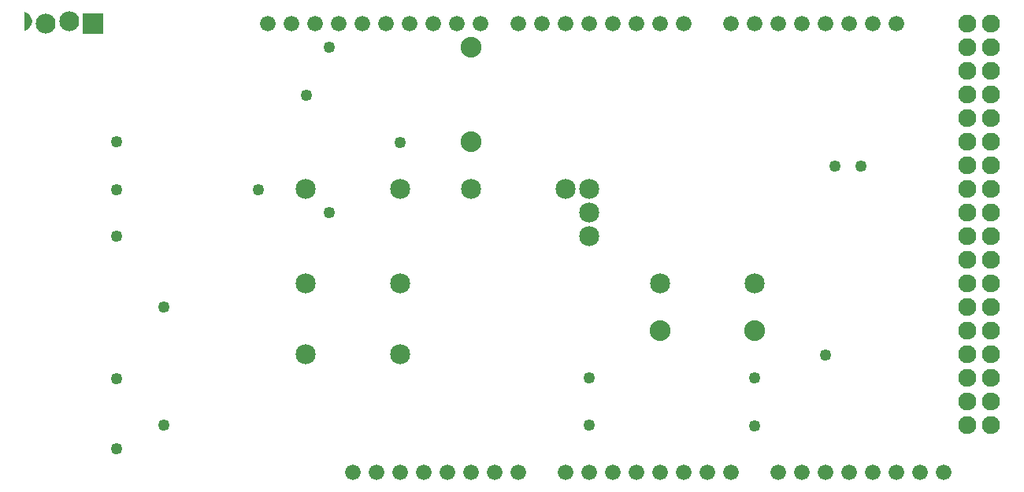
<source format=gbs>
G04 MADE WITH FRITZING*
G04 WWW.FRITZING.ORG*
G04 DOUBLE SIDED*
G04 HOLES PLATED*
G04 CONTOUR ON CENTER OF CONTOUR VECTOR*
%ASAXBY*%
%FSLAX23Y23*%
%MOIN*%
%OFA0B0*%
%SFA1.0B1.0*%
%ADD10C,0.085000*%
%ADD11C,0.084000*%
%ADD12C,0.088000*%
%ADD13C,0.049370*%
%ADD14C,0.065990*%
%ADD15C,0.075993*%
%ADD16C,0.075965*%
%ADD17C,0.030000*%
%ADD18R,0.001000X0.001000*%
%LNMASK0*%
G90*
G70*
G54D10*
X1190Y600D03*
X1590Y600D03*
X1190Y1300D03*
X1590Y1300D03*
X2390Y1300D03*
X2390Y1200D03*
X2390Y1100D03*
X1890Y1300D03*
X2290Y1300D03*
X2690Y900D03*
X3090Y900D03*
G54D11*
X290Y2000D03*
X190Y2010D03*
X90Y2000D03*
G54D10*
X1590Y900D03*
X1190Y900D03*
G54D12*
X1890Y1900D03*
X1890Y1500D03*
X2690Y700D03*
X3090Y700D03*
G54D13*
X1589Y1498D03*
X1289Y1900D03*
G54D14*
X3290Y100D03*
X1690Y100D03*
X3390Y100D03*
X3490Y100D03*
X3590Y100D03*
X3690Y100D03*
G54D15*
X3990Y1500D03*
G54D14*
X3790Y100D03*
X3890Y100D03*
X1730Y2000D03*
X2290Y100D03*
X2390Y100D03*
X2490Y100D03*
X2590Y100D03*
G54D15*
X3990Y700D03*
G54D14*
X2690Y100D03*
X2790Y100D03*
X2890Y100D03*
X2990Y100D03*
X2490Y2000D03*
G54D15*
X3990Y1900D03*
X3990Y1100D03*
X3990Y300D03*
G54D14*
X1330Y2000D03*
X2090Y100D03*
X2090Y2000D03*
G54D15*
X3990Y1700D03*
X3990Y1300D03*
G54D16*
X3990Y900D03*
G54D14*
X3690Y2000D03*
G54D15*
X3990Y500D03*
G54D14*
X3590Y2000D03*
X3490Y2000D03*
X3390Y2000D03*
X3290Y2000D03*
X3190Y2000D03*
X3090Y2000D03*
X2990Y2000D03*
X1130Y2000D03*
X1530Y2000D03*
X1930Y2000D03*
X1490Y100D03*
X1890Y100D03*
X2690Y2000D03*
X2290Y2000D03*
G54D15*
X3990Y2000D03*
X3990Y1800D03*
X3990Y1600D03*
X3990Y1400D03*
X3990Y1200D03*
X3990Y1000D03*
X3990Y800D03*
X3990Y600D03*
G54D16*
X3990Y400D03*
G54D14*
X1030Y2000D03*
X1230Y2000D03*
X1430Y2000D03*
X1630Y2000D03*
X1830Y2000D03*
X1390Y100D03*
X1590Y100D03*
X1790Y100D03*
X1990Y100D03*
X2790Y2000D03*
X2590Y2000D03*
X2390Y2000D03*
X2190Y2000D03*
G54D15*
X4090Y2000D03*
X4090Y1900D03*
X4090Y1800D03*
X4090Y1700D03*
X4090Y1600D03*
X4090Y1500D03*
X4090Y1400D03*
X4090Y1300D03*
X4090Y1200D03*
X4090Y1100D03*
X4090Y1000D03*
G54D16*
X4090Y900D03*
G54D15*
X4090Y800D03*
X4090Y700D03*
X4090Y600D03*
X4090Y500D03*
G54D16*
X4090Y400D03*
G54D15*
X4090Y300D03*
G54D14*
X3190Y100D03*
G54D13*
X1192Y1699D03*
X390Y1500D03*
X389Y1299D03*
X390Y1100D03*
X989Y1299D03*
X3389Y599D03*
X1289Y1200D03*
X591Y300D03*
X591Y801D03*
X390Y200D03*
X390Y499D03*
X3090Y299D03*
X3090Y501D03*
X2391Y301D03*
X2390Y501D03*
X3540Y1396D03*
X3428Y1398D03*
G54D17*
G36*
X2418Y1072D02*
X2363Y1072D01*
X2363Y1127D01*
X2418Y1127D01*
X2418Y1072D01*
G37*
D02*
G54D18*
X0Y2050D02*
X1Y2050D01*
X0Y2049D02*
X4Y2049D01*
X0Y2048D02*
X6Y2048D01*
X0Y2047D02*
X8Y2047D01*
X0Y2046D02*
X9Y2046D01*
X0Y2045D02*
X11Y2045D01*
X0Y2044D02*
X12Y2044D01*
X0Y2043D02*
X14Y2043D01*
X0Y2042D02*
X15Y2042D01*
X248Y2042D02*
X331Y2042D01*
X0Y2041D02*
X16Y2041D01*
X248Y2041D02*
X331Y2041D01*
X0Y2040D02*
X17Y2040D01*
X248Y2040D02*
X331Y2040D01*
X0Y2039D02*
X18Y2039D01*
X248Y2039D02*
X331Y2039D01*
X0Y2038D02*
X19Y2038D01*
X248Y2038D02*
X331Y2038D01*
X0Y2037D02*
X20Y2037D01*
X248Y2037D02*
X331Y2037D01*
X0Y2036D02*
X21Y2036D01*
X248Y2036D02*
X331Y2036D01*
X0Y2035D02*
X22Y2035D01*
X248Y2035D02*
X331Y2035D01*
X0Y2034D02*
X22Y2034D01*
X248Y2034D02*
X331Y2034D01*
X0Y2033D02*
X23Y2033D01*
X248Y2033D02*
X331Y2033D01*
X0Y2032D02*
X24Y2032D01*
X248Y2032D02*
X331Y2032D01*
X0Y2031D02*
X25Y2031D01*
X248Y2031D02*
X331Y2031D01*
X0Y2030D02*
X25Y2030D01*
X248Y2030D02*
X331Y2030D01*
X0Y2029D02*
X26Y2029D01*
X248Y2029D02*
X331Y2029D01*
X0Y2028D02*
X26Y2028D01*
X248Y2028D02*
X331Y2028D01*
X0Y2027D02*
X27Y2027D01*
X248Y2027D02*
X331Y2027D01*
X0Y2026D02*
X27Y2026D01*
X248Y2026D02*
X331Y2026D01*
X0Y2025D02*
X28Y2025D01*
X248Y2025D02*
X331Y2025D01*
X0Y2024D02*
X28Y2024D01*
X248Y2024D02*
X331Y2024D01*
X0Y2023D02*
X29Y2023D01*
X248Y2023D02*
X331Y2023D01*
X0Y2022D02*
X29Y2022D01*
X248Y2022D02*
X331Y2022D01*
X0Y2021D02*
X29Y2021D01*
X248Y2021D02*
X331Y2021D01*
X0Y2020D02*
X30Y2020D01*
X248Y2020D02*
X331Y2020D01*
X0Y2019D02*
X30Y2019D01*
X248Y2019D02*
X331Y2019D01*
X0Y2018D02*
X30Y2018D01*
X248Y2018D02*
X331Y2018D01*
X0Y2017D02*
X30Y2017D01*
X248Y2017D02*
X331Y2017D01*
X0Y2016D02*
X31Y2016D01*
X248Y2016D02*
X331Y2016D01*
X0Y2015D02*
X31Y2015D01*
X248Y2015D02*
X287Y2015D01*
X292Y2015D02*
X331Y2015D01*
X0Y2014D02*
X31Y2014D01*
X248Y2014D02*
X283Y2014D01*
X296Y2014D02*
X331Y2014D01*
X0Y2013D02*
X31Y2013D01*
X248Y2013D02*
X281Y2013D01*
X298Y2013D02*
X331Y2013D01*
X0Y2012D02*
X31Y2012D01*
X248Y2012D02*
X279Y2012D01*
X300Y2012D02*
X331Y2012D01*
X0Y2011D02*
X31Y2011D01*
X248Y2011D02*
X278Y2011D01*
X301Y2011D02*
X331Y2011D01*
X0Y2010D02*
X31Y2010D01*
X248Y2010D02*
X277Y2010D01*
X302Y2010D02*
X331Y2010D01*
X0Y2009D02*
X31Y2009D01*
X248Y2009D02*
X277Y2009D01*
X302Y2009D02*
X331Y2009D01*
X0Y2008D02*
X31Y2008D01*
X248Y2008D02*
X276Y2008D01*
X303Y2008D02*
X331Y2008D01*
X0Y2007D02*
X31Y2007D01*
X248Y2007D02*
X275Y2007D01*
X304Y2007D02*
X331Y2007D01*
X0Y2006D02*
X31Y2006D01*
X248Y2006D02*
X275Y2006D01*
X304Y2006D02*
X331Y2006D01*
X0Y2005D02*
X31Y2005D01*
X248Y2005D02*
X275Y2005D01*
X304Y2005D02*
X331Y2005D01*
X0Y2004D02*
X31Y2004D01*
X248Y2004D02*
X274Y2004D01*
X305Y2004D02*
X331Y2004D01*
X0Y2003D02*
X30Y2003D01*
X248Y2003D02*
X274Y2003D01*
X305Y2003D02*
X331Y2003D01*
X0Y2002D02*
X30Y2002D01*
X248Y2002D02*
X274Y2002D01*
X305Y2002D02*
X331Y2002D01*
X0Y2001D02*
X30Y2001D01*
X248Y2001D02*
X274Y2001D01*
X305Y2001D02*
X331Y2001D01*
X0Y2000D02*
X30Y2000D01*
X248Y2000D02*
X274Y2000D01*
X305Y2000D02*
X331Y2000D01*
X0Y1999D02*
X29Y1999D01*
X248Y1999D02*
X274Y1999D01*
X305Y1999D02*
X331Y1999D01*
X0Y1998D02*
X29Y1998D01*
X248Y1998D02*
X274Y1998D01*
X305Y1998D02*
X331Y1998D01*
X0Y1997D02*
X29Y1997D01*
X248Y1997D02*
X274Y1997D01*
X305Y1997D02*
X331Y1997D01*
X0Y1996D02*
X28Y1996D01*
X248Y1996D02*
X275Y1996D01*
X305Y1996D02*
X331Y1996D01*
X0Y1995D02*
X28Y1995D01*
X248Y1995D02*
X275Y1995D01*
X304Y1995D02*
X331Y1995D01*
X0Y1994D02*
X27Y1994D01*
X248Y1994D02*
X275Y1994D01*
X304Y1994D02*
X331Y1994D01*
X0Y1993D02*
X27Y1993D01*
X248Y1993D02*
X276Y1993D01*
X304Y1993D02*
X331Y1993D01*
X0Y1992D02*
X26Y1992D01*
X248Y1992D02*
X276Y1992D01*
X303Y1992D02*
X331Y1992D01*
X0Y1991D02*
X26Y1991D01*
X248Y1991D02*
X277Y1991D01*
X302Y1991D02*
X331Y1991D01*
X0Y1990D02*
X25Y1990D01*
X248Y1990D02*
X277Y1990D01*
X302Y1990D02*
X331Y1990D01*
X0Y1989D02*
X24Y1989D01*
X248Y1989D02*
X278Y1989D01*
X301Y1989D02*
X331Y1989D01*
X0Y1988D02*
X24Y1988D01*
X248Y1988D02*
X280Y1988D01*
X299Y1988D02*
X331Y1988D01*
X0Y1987D02*
X23Y1987D01*
X248Y1987D02*
X281Y1987D01*
X298Y1987D02*
X331Y1987D01*
X0Y1986D02*
X22Y1986D01*
X248Y1986D02*
X283Y1986D01*
X296Y1986D02*
X331Y1986D01*
X0Y1985D02*
X22Y1985D01*
X248Y1985D02*
X331Y1985D01*
X0Y1984D02*
X21Y1984D01*
X248Y1984D02*
X331Y1984D01*
X0Y1983D02*
X20Y1983D01*
X248Y1983D02*
X331Y1983D01*
X0Y1982D02*
X19Y1982D01*
X248Y1982D02*
X331Y1982D01*
X0Y1981D02*
X18Y1981D01*
X248Y1981D02*
X331Y1981D01*
X0Y1980D02*
X17Y1980D01*
X248Y1980D02*
X331Y1980D01*
X0Y1979D02*
X16Y1979D01*
X248Y1979D02*
X331Y1979D01*
X0Y1978D02*
X15Y1978D01*
X248Y1978D02*
X331Y1978D01*
X0Y1977D02*
X13Y1977D01*
X248Y1977D02*
X331Y1977D01*
X0Y1976D02*
X12Y1976D01*
X248Y1976D02*
X331Y1976D01*
X0Y1975D02*
X11Y1975D01*
X248Y1975D02*
X331Y1975D01*
X0Y1974D02*
X9Y1974D01*
X248Y1974D02*
X331Y1974D01*
X0Y1973D02*
X7Y1973D01*
X248Y1973D02*
X331Y1973D01*
X0Y1972D02*
X5Y1972D01*
X248Y1972D02*
X331Y1972D01*
X0Y1971D02*
X3Y1971D01*
X248Y1971D02*
X331Y1971D01*
X0Y1970D02*
X0Y1970D01*
X248Y1970D02*
X331Y1970D01*
X248Y1969D02*
X331Y1969D01*
X248Y1968D02*
X331Y1968D01*
X248Y1967D02*
X331Y1967D01*
X248Y1966D02*
X331Y1966D01*
X248Y1965D02*
X331Y1965D01*
X248Y1964D02*
X331Y1964D01*
X248Y1963D02*
X331Y1963D01*
X248Y1962D02*
X331Y1962D01*
X248Y1961D02*
X331Y1961D01*
X248Y1960D02*
X331Y1960D01*
X248Y1959D02*
X331Y1959D01*
D02*
G04 End of Mask0*
M02*
</source>
